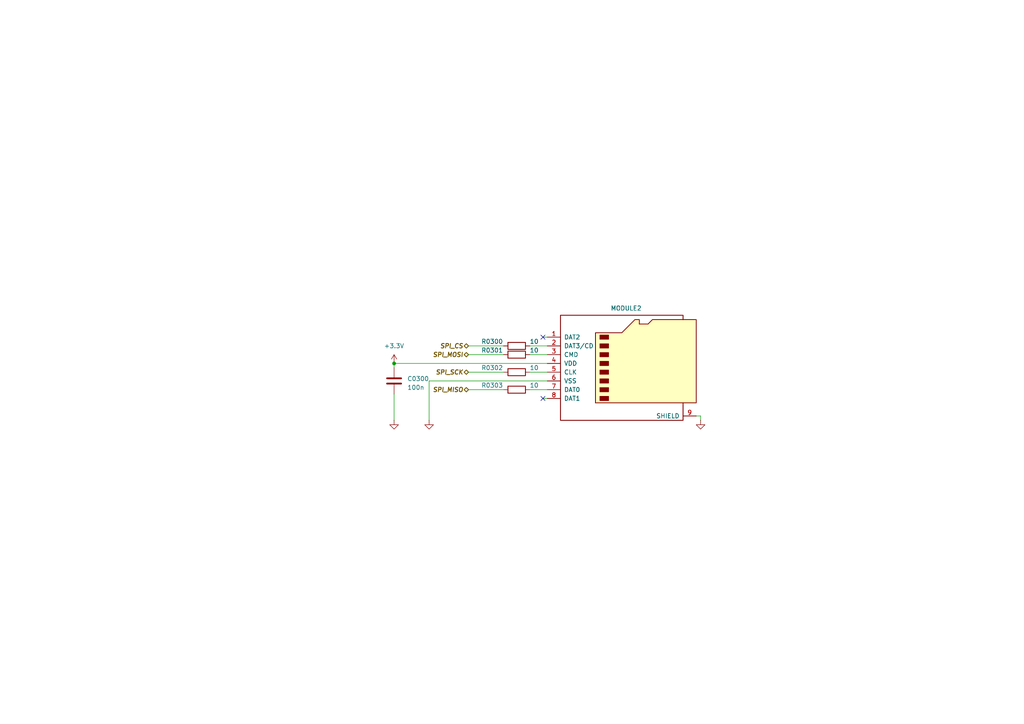
<source format=kicad_sch>
(kicad_sch (version 20250114) (generator "eeschema") (generator_version "9.0")
  (paper "A4")
  (title_block (date "2025-02-25") (company "Филимонов и К") (comment 1 "micro-SD") (comment 2 "Филимонов С.В.") (comment 3 "Семеренко Д.А.") (comment 4 "Тищенко Л.А."))
  (lib_symbols
    (symbol "Connector:Micro_SD_Card" (pin_names (offset 1.016))
      (property "Reference" "J" (at -16.51 15.24 0))
      (property "Value" "Micro_SD_Card" (at 16.51 15.24 0))
      (symbol "Micro_SD_Card_0_1"
        (polyline (pts (xy -8.89 -11.43) (xy -8.89 8.89) (xy -1.27 8.89) (xy 2.54 12.7) (xy 3.81 12.7) (xy 3.81 11.43) (xy 6.35 11.43) (xy 7.62 12.7) (xy 20.32 12.7) (xy 20.32 -11.43) (xy -8.89 -11.43)) (stroke (width 0.254)) (fill (type background)))
        (rectangle (start -7.62 8.255) (end -5.08 6.985) (fill (type outline)))
        (rectangle (start -7.62 5.715) (end -5.08 4.445) (fill (type outline)))
        (rectangle (start -7.62 3.175) (end -5.08 1.905) (fill (type outline)))
        (rectangle (start -7.62 0.635) (end -5.08 -0.635) (fill (type outline)))
        (rectangle (start -7.62 -1.905) (end -5.08 -3.175) (fill (type outline)))
        (rectangle (start -7.62 -4.445) (end -5.08 -5.715) (fill (type outline)))
        (rectangle (start -7.62 -6.985) (end -5.08 -8.255) (fill (type outline)))
        (rectangle (start -7.62 -9.525) (end -5.08 -10.795) (fill (type outline)))
        (polyline (pts (xy 16.51 12.7) (xy 16.51 13.97) (xy -19.05 13.97) (xy -19.05 -16.51) (xy 16.51 -16.51) (xy 16.51 -11.43)) (stroke (width 0.254)))
      )
      (symbol "Micro_SD_Card_1_1"
        (pin bidirectional line (at -22.86 7.62 0) (length 3.81) (name "DAT2") (number "1"))
        (pin bidirectional line (at -22.86 5.08 0) (length 3.81) (name "DAT3/CD") (number "2"))
        (pin input line (at -22.86 2.54 0) (length 3.81) (name "CMD") (number "3"))
        (pin power_in line (at -22.86 0 0) (length 3.81) (name "VDD") (number "4"))
        (pin input line (at -22.86 -2.54 0) (length 3.81) (name "CLK") (number "5"))
        (pin power_in line (at -22.86 -5.08 0) (length 3.81) (name "VSS") (number "6"))
        (pin bidirectional line (at -22.86 -7.62 0) (length 3.81) (name "DAT0") (number "7"))
        (pin bidirectional line (at -22.86 -10.16 0) (length 3.81) (name "DAT1") (number "8"))
        (pin passive line (at 20.32 -15.24 180) (length 3.81) (name "SHIELD") (number "9"))
      )
    )
    (symbol "Device:C" (pin_numbers (hide yes)) (pin_names (offset 0.254))
      (property "Reference" "C" (at 0.635 2.54 0))
      (property "Value" "C" (at 0.635 -2.54 0))
      (symbol "C_0_1"
        (polyline (pts (xy -2.032 0.762) (xy 2.032 0.762)) (stroke (width 0.508)))
        (polyline (pts (xy -2.032 -0.762) (xy 2.032 -0.762)) (stroke (width 0.508)))
      )
      (symbol "C_1_1"
        (pin passive line (at 0 3.81 270) (length 2.794) (name "~") (number "1"))
        (pin passive line (at 0 -3.81 90) (length 2.794) (name "~") (number "2"))
      )
    )
    (symbol "Device:R" (pin_numbers (hide yes)) (pin_names (offset 0))
      (property "Reference" "R" (at 2.032 0 90))
      (property "Value" "R" (at 0 0 90))
      (symbol "R_0_1"
        (rectangle (start -1.016 -2.54) (end 1.016 2.54) (stroke (width 0.254)))
      )
      (symbol "R_1_1"
        (pin passive line (at 0 3.81 270) (length 1.27) (name "~") (number "1"))
        (pin passive line (at 0 -3.81 90) (length 1.27) (name "~") (number "2"))
      )
    )
    (symbol "power:+3.3V" (power) (pin_numbers (hide yes)) (pin_names (offset 0) (hide yes))
      (property "Value" "+3.3V" (at 0 3.556 0))
      (symbol "+3.3V_0_1"
        (polyline (pts (xy -0.762 1.27) (xy 0 2.54)))
        (polyline (pts (xy 0 2.54) (xy 0.762 1.27)))
        (polyline (pts (xy 0 0) (xy 0 2.54)))
      )
      (symbol "+3.3V_1_1"
        (pin power_in line (at 0 0 90) (length 0) (name "~") (number "1"))
      )
    )
    (symbol "power:GND" (power) (pin_numbers (hide yes)) (pin_names (offset 0) (hide yes))
      (property "Value" "GND" (at 0 -3.81 0))
      (symbol "GND_0_1"
        (polyline (pts (xy 0 0) (xy 0 -1.27) (xy 1.27 -1.27) (xy 0 -2.54) (xy -1.27 -1.27) (xy 0 -1.27)))
      )
      (symbol "GND_1_1"
        (pin power_in line (at 0 0 270) (length 0) (name "~") (number "1"))
      )
    )
  )
  (junction (at 114.3 105.41))
  (no_connect (at 157.48 115.57))
  (no_connect (at 157.48 97.79))
  (wire (pts (xy 153.67 113.03) (xy 158.75 113.03)))
  (wire (pts (xy 114.3 105.41) (xy 158.75 105.41)))
  (wire (pts (xy 157.48 97.79) (xy 158.75 97.79)))
  (wire (pts (xy 114.3 114.3) (xy 114.3 121.92)))
  (wire (pts (xy 153.67 107.95) (xy 158.75 107.95)))
  (wire (pts (xy 135.89 102.87) (xy 146.05 102.87)))
  (wire (pts (xy 157.48 115.57) (xy 158.75 115.57)))
  (wire (pts (xy 135.89 100.33) (xy 146.05 100.33)))
  (wire (pts (xy 203.2 121.92) (xy 203.2 120.65)))
  (wire (pts (xy 114.3 105.41) (xy 114.3 106.68)))
  (wire (pts (xy 135.89 107.95) (xy 146.05 107.95)))
  (wire (pts (xy 201.93 120.65) (xy 203.2 120.65)))
  (wire (pts (xy 135.89 113.03) (xy 146.05 113.03)))
  (wire (pts (xy 153.67 102.87) (xy 158.75 102.87)))
  (wire (pts (xy 124.46 110.49) (xy 124.46 121.92)))
  (wire (pts (xy 153.67 100.33) (xy 158.75 100.33)))
  (wire (pts (xy 124.46 110.49) (xy 158.75 110.49)))
  (hierarchical_label "SPI_CS" (shape bidirectional) (at 135.89 100.33 180) (effects (font (bold yes) (italic yes))))
  (hierarchical_label "SPI_MOSI" (shape bidirectional) (at 135.89 102.87 180) (effects (font (bold yes) (italic yes))))
  (hierarchical_label "SPI_SCK" (shape bidirectional) (at 135.89 107.95 180) (effects (font (bold yes) (italic yes))))
  (hierarchical_label "SPI_MISO" (shape bidirectional) (at 135.89 113.03 180) (effects (font (bold yes) (italic yes))))
  (symbol (lib_id "power:GND") (at 203.2 121.92 0) (unit 1)
    (property "Reference" "#PWR084" (effects (hide yes)))
    (property "Value" "GND" (effects (hide yes)))
    (property "Description" "Power symbol creates a global label with name \"GND\" , ground" (effects (hide yes)))
  )
  (symbol (lib_id "Device:R") (at 149.86 102.87 90) (unit 1)
    (property "Reference" "R0301" (at 142.748 101.6 90))
    (property "Value" "10" (at 154.94 101.6 90))
    (property "Footprint" "Resistor_SMD:R_0805_2012Metric" (effects (hide yes)))
  )
  (symbol (lib_id "Device:R") (at 149.86 107.95 90) (unit 1)
    (property "Reference" "R0302" (at 142.748 106.68 90))
    (property "Value" "10" (at 154.94 106.68 90))
    (property "Footprint" "Resistor_SMD:R_0805_2012Metric" (effects (hide yes)))
  )
  (symbol (lib_id "Device:R") (at 149.86 100.33 90) (unit 1)
    (property "Reference" "R0300" (at 142.748 99.06 90))
    (property "Value" "10" (at 154.94 99.06 90))
    (property "Footprint" "Resistor_SMD:R_0805_2012Metric" (effects (hide yes)))
  )
  (symbol (lib_id "power:GND") (at 114.3 121.92 0) (unit 1)
    (property "Reference" "#PWR086" (effects (hide yes)))
    (property "Value" "GND" (effects (hide yes)))
    (property "Description" "Power symbol creates a global label with name \"GND\" , ground" (effects (hide yes)))
  )
  (symbol (lib_id "power:+3.3V") (at 114.3 105.41 0) (unit 1)
    (property "Reference" "#PWR083" (effects (hide yes)))
    (property "Value" "+3.3V" (at 114.3 100.33 0))
    (property "Description" "Power symbol creates a global label with name \"+3.3V\"" (effects (hide yes)))
  )
  (symbol (lib_id "power:GND") (at 124.46 121.92 0) (unit 1)
    (property "Reference" "#PWR085" (effects (hide yes)))
    (property "Value" "GND" (effects (hide yes)))
    (property "Description" "Power symbol creates a global label with name \"GND\" , ground" (effects (hide yes)))
  )
  (symbol (lib_id "Device:C") (at 114.3 110.49 180) (unit 1)
    (property "Reference" "C0300" (at 118.11 109.855 0) (effects (justify right)))
    (property "Value" "100n" (at 118.11 112.395 0) (effects (justify right)))
    (property "Footprint" "Capacitor_SMD:C_0805_2012Metric" (effects (hide yes)))
  )
  (symbol (lib_id "Device:R") (at 149.86 113.03 90) (unit 1)
    (property "Reference" "R0303" (at 142.748 111.76 90))
    (property "Value" "10" (at 154.94 111.76 90))
    (property "Footprint" "Resistor_SMD:R_0805_2012Metric" (effects (hide yes)))
  )
  (symbol (lib_id "Connector:Micro_SD_Card") (at 181.61 105.41 0) (unit 1)
    (property "Reference" "SD0" (at 181.61 89.408 0))
    (property "Value" "Micro_SD_Card" (effects (hide yes)))
    (property "Footprint" "Connector_Card:microSD_HC_Hirose_DM3AT-SF-PEJM5" (effects (hide yes)))
    (property "Datasheet" "http://katalog.we-online.de/em/datasheet/693072010801.pdf" (effects (hide yes)))
    (instances (project "stm32f4_ILI_RS_SD" (path "" (reference "MODULE2") (unit 1))) (project "stm32f4_ILI_RS_SD" (path "" (reference "SD0") (unit 1))))
  )
)
</source>
